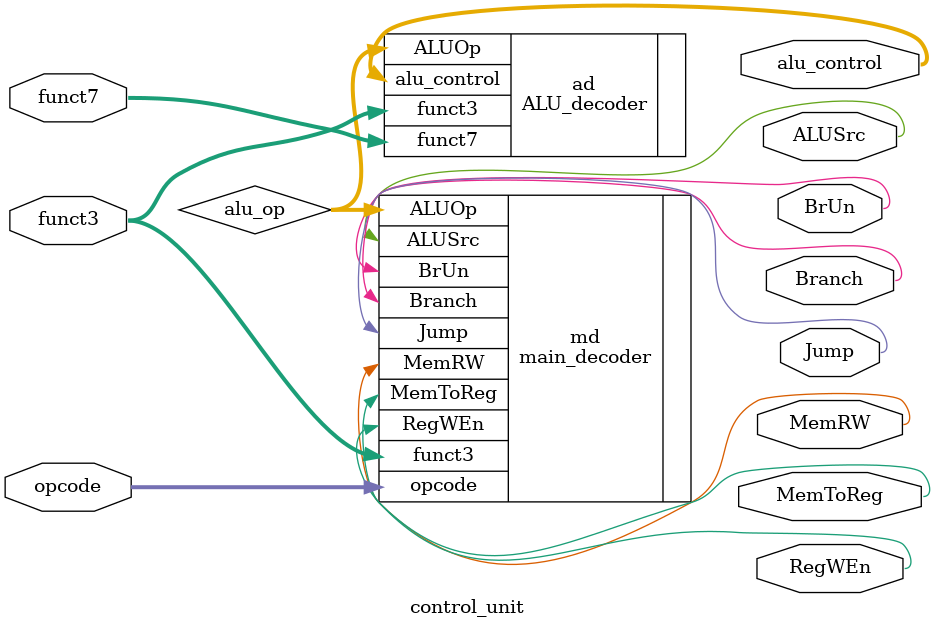
<source format=v>
`include "defines.v"

module control_unit(
    input  [6:0] opcode,
    input  [2:0] funct3,
    input  [6:0] funct7,
    output       RegWEn,
    output       ALUSrc,
    output       MemRW,
    output       MemToReg,
    output       Branch,
    output       BrUn,
    output       Jump,
    output [3:0] alu_control
);
    wire [1:0] alu_op;

    main_decoder md(
        .opcode(opcode),
        .funct3(funct3),
        .RegWEn(RegWEn),
        .ALUSrc(ALUSrc),
        .MemRW(MemRW),
        .MemToReg(MemToReg),
        .Branch(Branch),
        .BrUn(BrUn),
        .Jump(Jump),
        .ALUOp(alu_op)
    );

    ALU_decoder ad(
        .funct7(funct7),
        .funct3(funct3),
        .ALUOp(alu_op),
        .alu_control(alu_control)
    );
endmodule

</source>
